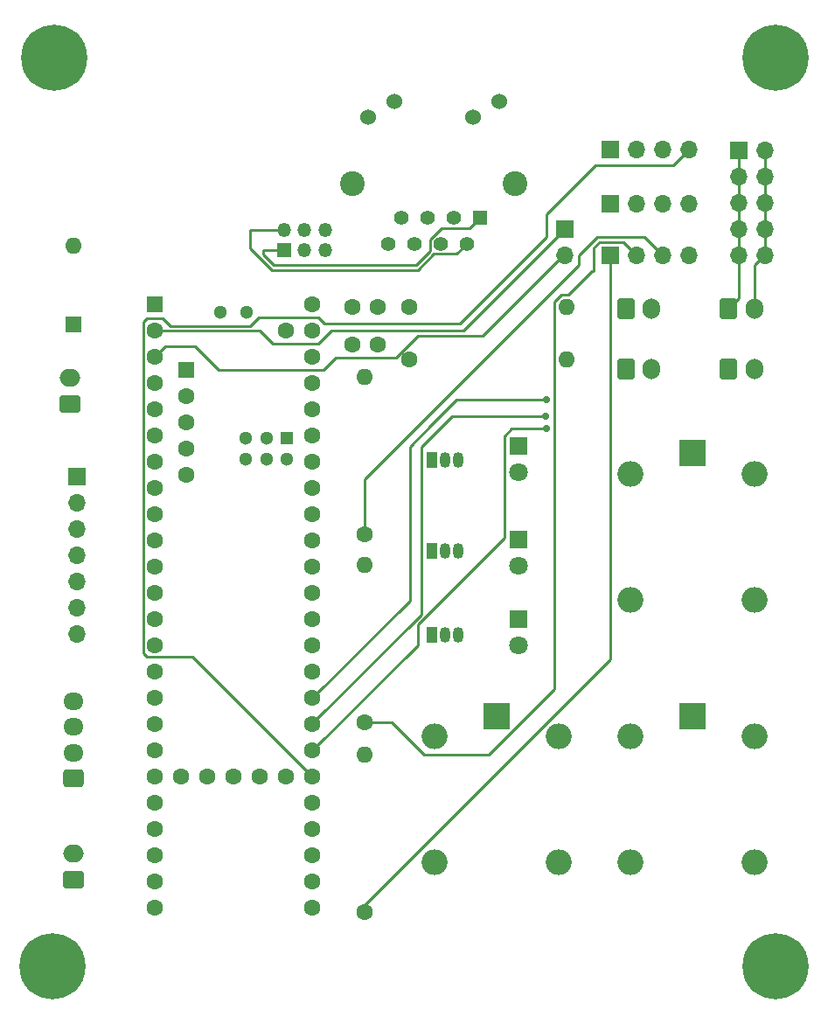
<source format=gbl>
%TF.GenerationSoftware,KiCad,Pcbnew,8.0.1*%
%TF.CreationDate,2024-11-17T22:04:51-05:00*%
%TF.ProjectId,Main_4layer,4d61696e-5f34-46c6-9179-65722e6b6963,0*%
%TF.SameCoordinates,Original*%
%TF.FileFunction,Copper,L4,Bot*%
%TF.FilePolarity,Positive*%
%FSLAX46Y46*%
G04 Gerber Fmt 4.6, Leading zero omitted, Abs format (unit mm)*
G04 Created by KiCad (PCBNEW 8.0.1) date 2024-11-17 22:04:51*
%MOMM*%
%LPD*%
G01*
G04 APERTURE LIST*
G04 Aperture macros list*
%AMRoundRect*
0 Rectangle with rounded corners*
0 $1 Rounding radius*
0 $2 $3 $4 $5 $6 $7 $8 $9 X,Y pos of 4 corners*
0 Add a 4 corners polygon primitive as box body*
4,1,4,$2,$3,$4,$5,$6,$7,$8,$9,$2,$3,0*
0 Add four circle primitives for the rounded corners*
1,1,$1+$1,$2,$3*
1,1,$1+$1,$4,$5*
1,1,$1+$1,$6,$7*
1,1,$1+$1,$8,$9*
0 Add four rect primitives between the rounded corners*
20,1,$1+$1,$2,$3,$4,$5,0*
20,1,$1+$1,$4,$5,$6,$7,0*
20,1,$1+$1,$6,$7,$8,$9,0*
20,1,$1+$1,$8,$9,$2,$3,0*%
G04 Aperture macros list end*
%TA.AperFunction,ComponentPad*%
%ADD10C,1.600000*%
%TD*%
%TA.AperFunction,ComponentPad*%
%ADD11O,1.600000X1.600000*%
%TD*%
%TA.AperFunction,ComponentPad*%
%ADD12R,1.700000X1.700000*%
%TD*%
%TA.AperFunction,ComponentPad*%
%ADD13O,1.700000X1.700000*%
%TD*%
%TA.AperFunction,ComponentPad*%
%ADD14C,6.400000*%
%TD*%
%TA.AperFunction,ComponentPad*%
%ADD15RoundRect,0.250000X-0.600000X-0.750000X0.600000X-0.750000X0.600000X0.750000X-0.600000X0.750000X0*%
%TD*%
%TA.AperFunction,ComponentPad*%
%ADD16O,1.700000X2.000000*%
%TD*%
%TA.AperFunction,ComponentPad*%
%ADD17R,2.500000X2.500000*%
%TD*%
%TA.AperFunction,ComponentPad*%
%ADD18O,2.500000X2.500000*%
%TD*%
%TA.AperFunction,ComponentPad*%
%ADD19R,1.398000X1.398000*%
%TD*%
%TA.AperFunction,ComponentPad*%
%ADD20C,1.398000*%
%TD*%
%TA.AperFunction,ComponentPad*%
%ADD21C,1.530000*%
%TD*%
%TA.AperFunction,ComponentPad*%
%ADD22C,2.400000*%
%TD*%
%TA.AperFunction,ComponentPad*%
%ADD23R,1.600000X1.600000*%
%TD*%
%TA.AperFunction,ComponentPad*%
%ADD24R,1.300000X1.300000*%
%TD*%
%TA.AperFunction,ComponentPad*%
%ADD25C,1.300000*%
%TD*%
%TA.AperFunction,ComponentPad*%
%ADD26R,1.050000X1.500000*%
%TD*%
%TA.AperFunction,ComponentPad*%
%ADD27O,1.050000X1.500000*%
%TD*%
%TA.AperFunction,ComponentPad*%
%ADD28RoundRect,0.250000X0.725000X-0.600000X0.725000X0.600000X-0.725000X0.600000X-0.725000X-0.600000X0*%
%TD*%
%TA.AperFunction,ComponentPad*%
%ADD29O,1.950000X1.700000*%
%TD*%
%TA.AperFunction,ComponentPad*%
%ADD30RoundRect,0.250000X0.750000X-0.600000X0.750000X0.600000X-0.750000X0.600000X-0.750000X-0.600000X0*%
%TD*%
%TA.AperFunction,ComponentPad*%
%ADD31O,2.000000X1.700000*%
%TD*%
%TA.AperFunction,ComponentPad*%
%ADD32R,1.350000X1.350000*%
%TD*%
%TA.AperFunction,ComponentPad*%
%ADD33O,1.350000X1.350000*%
%TD*%
%TA.AperFunction,ComponentPad*%
%ADD34R,1.800000X1.800000*%
%TD*%
%TA.AperFunction,ComponentPad*%
%ADD35C,1.800000*%
%TD*%
%TA.AperFunction,ViaPad*%
%ADD36C,0.700000*%
%TD*%
%TA.AperFunction,Conductor*%
%ADD37C,0.250000*%
%TD*%
G04 APERTURE END LIST*
D10*
X148040000Y-114520000D03*
D11*
X148040000Y-99280000D03*
D12*
X171820000Y-59050000D03*
D13*
X174360000Y-59050000D03*
X176900000Y-59050000D03*
X179440000Y-59050000D03*
D14*
X117920000Y-50170000D03*
D12*
X184265000Y-59160000D03*
D13*
X186805000Y-59160000D03*
X184265000Y-61700000D03*
X186805000Y-61700000D03*
X184265000Y-64240000D03*
X186805000Y-64240000D03*
X184265000Y-66780000D03*
X186805000Y-66780000D03*
X184265000Y-69320000D03*
X186805000Y-69320000D03*
D15*
X173290000Y-74450000D03*
D16*
X175790000Y-74450000D03*
D17*
X160790000Y-113900000D03*
D18*
X154790000Y-115900000D03*
X154790000Y-128100000D03*
X166790000Y-128100000D03*
X166790000Y-115900000D03*
D10*
X149290000Y-77975000D03*
X146790000Y-77975000D03*
X152370000Y-74300000D03*
D11*
X167610000Y-74300000D03*
D19*
X159150000Y-65650000D03*
D20*
X157880000Y-68190000D03*
X156610000Y-65650000D03*
X155340000Y-68190000D03*
X154070000Y-65650000D03*
X152800000Y-68190000D03*
X151530000Y-65650000D03*
X150260000Y-68190000D03*
D21*
X161030000Y-54400000D03*
X158515000Y-55920000D03*
X150895000Y-54400000D03*
X148380000Y-55920000D03*
D22*
X146830000Y-62350000D03*
X162580000Y-62350000D03*
D12*
X167440000Y-66760000D03*
D13*
X167440000Y-69300000D03*
D10*
X152370000Y-79400000D03*
D11*
X167610000Y-79400000D03*
D12*
X171820000Y-69310000D03*
D13*
X174360000Y-69310000D03*
X176900000Y-69310000D03*
X179440000Y-69310000D03*
D14*
X187820000Y-50170000D03*
D23*
X127720000Y-74070000D03*
D10*
X127720000Y-76610000D03*
X127720000Y-79150000D03*
X127720000Y-81690000D03*
X127720000Y-84230000D03*
X127720000Y-86770000D03*
X127720000Y-89310000D03*
X127720000Y-91850000D03*
X127720000Y-94390000D03*
X127720000Y-96930000D03*
X127720000Y-99470000D03*
X127720000Y-102010000D03*
X127720000Y-104550000D03*
X127720000Y-107090000D03*
X127720000Y-109630000D03*
X127720000Y-112170000D03*
X127720000Y-114710000D03*
X127720000Y-117250000D03*
X127720000Y-119790000D03*
X127720000Y-122330000D03*
X127720000Y-124870000D03*
X127720000Y-127410000D03*
X127720000Y-129950000D03*
X127720000Y-132490000D03*
X142960000Y-132490000D03*
X142960000Y-129950000D03*
X142960000Y-127410000D03*
X142960000Y-124870000D03*
X142960000Y-122330000D03*
X142960000Y-119790000D03*
X142960000Y-117250000D03*
X142960000Y-114710000D03*
X142960000Y-112170000D03*
X142960000Y-109630000D03*
X142960000Y-107090000D03*
X142960000Y-104550000D03*
X142960000Y-102010000D03*
X142960000Y-99470000D03*
X142960000Y-96930000D03*
X142960000Y-94390000D03*
X142960000Y-91850000D03*
X142960000Y-89310000D03*
X142960000Y-86770000D03*
X142960000Y-84230000D03*
X142960000Y-81690000D03*
X142960000Y-79150000D03*
X142960000Y-76610000D03*
X142960000Y-74070000D03*
X140420000Y-76610000D03*
X130260000Y-119790000D03*
X132800000Y-119790000D03*
X135340000Y-119790000D03*
X137880000Y-119790000D03*
X140420000Y-119790000D03*
D23*
X130770800Y-80369200D03*
D10*
X130770800Y-82909200D03*
X130770800Y-85449200D03*
X130770800Y-87989200D03*
X130770800Y-90529200D03*
D24*
X140521600Y-87040000D03*
D25*
X138521600Y-87040000D03*
X136521600Y-87040000D03*
X136521600Y-89040000D03*
X138521600Y-89040000D03*
X140521600Y-89040000D03*
X136610000Y-74800000D03*
X134070000Y-74800000D03*
D14*
X187820000Y-138170000D03*
D12*
X120130000Y-90720000D03*
D13*
X120130000Y-93260000D03*
X120130000Y-95800000D03*
X120130000Y-98340000D03*
X120130000Y-100880000D03*
X120130000Y-103420000D03*
X120130000Y-105960000D03*
D23*
X119820000Y-75970000D03*
D11*
X119820000Y-68350000D03*
D26*
X154547426Y-106068371D03*
D27*
X155817426Y-106068371D03*
X157087426Y-106068371D03*
D28*
X119790000Y-119960000D03*
D29*
X119790000Y-117460000D03*
X119790000Y-114960000D03*
X119790000Y-112460000D03*
D26*
X154547426Y-97908371D03*
D27*
X155817426Y-97908371D03*
X157087426Y-97908371D03*
D10*
X148040000Y-96320000D03*
D11*
X148040000Y-81080000D03*
D30*
X119790000Y-129750000D03*
D31*
X119790000Y-127250000D03*
D30*
X119520000Y-83670000D03*
D31*
X119520000Y-81170000D03*
D14*
X117820000Y-138170000D03*
D10*
X149290000Y-74275000D03*
X146790000Y-74275000D03*
D15*
X173290000Y-80325000D03*
D16*
X175790000Y-80325000D03*
D17*
X179790000Y-88472500D03*
D18*
X173790000Y-90472500D03*
X173790000Y-102672500D03*
X185790000Y-102672500D03*
X185790000Y-90472500D03*
D32*
X140190000Y-68820000D03*
D33*
X140190000Y-66820000D03*
X142190000Y-68820000D03*
X142190000Y-66820000D03*
X144190000Y-68820000D03*
X144190000Y-66820000D03*
D34*
X162887426Y-96833371D03*
D35*
X162887426Y-99373371D03*
D15*
X183240000Y-74450000D03*
D16*
X185740000Y-74450000D03*
D15*
X183240000Y-80325000D03*
D16*
X185740000Y-80325000D03*
D12*
X171820000Y-64325000D03*
D13*
X174360000Y-64325000D03*
X176900000Y-64325000D03*
X179440000Y-64325000D03*
D34*
X162887426Y-87768371D03*
D35*
X162887426Y-90308371D03*
D17*
X179790000Y-113900000D03*
D18*
X173790000Y-115900000D03*
X173790000Y-128100000D03*
X185790000Y-128100000D03*
X185790000Y-115900000D03*
D10*
X148040000Y-132920000D03*
D11*
X148040000Y-117680000D03*
D34*
X162887426Y-104508371D03*
D35*
X162887426Y-107048371D03*
D26*
X154547426Y-89108371D03*
D27*
X155817426Y-89108371D03*
X157087426Y-89108371D03*
D36*
X165540000Y-84900000D03*
X165590000Y-86110000D03*
X165660000Y-83280000D03*
D37*
X157580000Y-76620000D02*
X167440000Y-66760000D01*
X137840000Y-76610000D02*
X139110000Y-77880000D01*
X139110000Y-77880000D02*
X143550000Y-77880000D01*
X143550000Y-77880000D02*
X144810000Y-76620000D01*
X127720000Y-76610000D02*
X137840000Y-76610000D01*
X144810000Y-76620000D02*
X157580000Y-76620000D01*
X147990000Y-132250000D02*
X147990000Y-132920000D01*
X171820000Y-69310000D02*
X171820000Y-108420000D01*
X171820000Y-108420000D02*
X148040000Y-132200000D01*
X148040000Y-132200000D02*
X148040000Y-132920000D01*
X150680000Y-114520000D02*
X148040000Y-114520000D01*
X166380000Y-73760000D02*
X166380000Y-111310000D01*
X170240000Y-70840000D02*
X170020000Y-70840000D01*
X167050000Y-73090000D02*
X166380000Y-73760000D01*
X170020000Y-70840000D02*
X167770000Y-73090000D01*
X166380000Y-111310000D02*
X160060000Y-117630000D01*
X160060000Y-117630000D02*
X153790000Y-117630000D01*
X173070000Y-68020000D02*
X170750000Y-68020000D01*
X170750000Y-68020000D02*
X170240000Y-68530000D01*
X170240000Y-68530000D02*
X170240000Y-70840000D01*
X167770000Y-73090000D02*
X167050000Y-73090000D01*
X153790000Y-117630000D02*
X150680000Y-114520000D01*
X174360000Y-69310000D02*
X173070000Y-68020000D01*
X176900000Y-69310000D02*
X175100000Y-67510000D01*
X148040000Y-91280000D02*
X148040000Y-96320000D01*
X168780000Y-70240000D02*
X148040000Y-90980000D01*
X168780000Y-69300000D02*
X168780000Y-70240000D01*
X175100000Y-67510000D02*
X170570000Y-67510000D01*
X170570000Y-67510000D02*
X168780000Y-69300000D01*
X148040000Y-90980000D02*
X148040000Y-91280000D01*
X151025000Y-79235000D02*
X145205000Y-79235000D01*
X153165578Y-77070000D02*
X151225000Y-79010578D01*
X159480000Y-77070000D02*
X153165578Y-77070000D01*
X151225000Y-79010578D02*
X151225000Y-79035000D01*
X167440000Y-69110000D02*
X159480000Y-77070000D01*
X151225000Y-79035000D02*
X151025000Y-79235000D01*
X145205000Y-79235000D02*
X144030000Y-80410000D01*
X131590000Y-78140000D02*
X128730000Y-78140000D01*
X144030000Y-80410000D02*
X133860000Y-80410000D01*
X133860000Y-80410000D02*
X131590000Y-78140000D01*
X128730000Y-78140000D02*
X127720000Y-79150000D01*
X165540000Y-84900000D02*
X156510000Y-84900000D01*
X142960000Y-114630172D02*
X142960000Y-114710000D01*
X153520000Y-87890000D02*
X153520000Y-104070172D01*
X156510000Y-84900000D02*
X153520000Y-87890000D01*
X153520000Y-104070172D02*
X142960000Y-114630172D01*
X144080000Y-75880000D02*
X143530000Y-75330000D01*
X136891996Y-76168004D02*
X129218004Y-76168004D01*
X157280000Y-75880000D02*
X144080000Y-75880000D01*
X177880000Y-60580000D02*
X170360000Y-60580000D01*
X179410000Y-59050000D02*
X177880000Y-60580000D01*
X143530000Y-75330000D02*
X137730000Y-75330000D01*
X131345000Y-108175000D02*
X142960000Y-119790000D01*
X126895000Y-108175000D02*
X131345000Y-108175000D01*
X165650000Y-67510000D02*
X157280000Y-75880000D01*
X129218004Y-76168004D02*
X128470000Y-75420000D01*
X126590000Y-75750000D02*
X126590000Y-107870000D01*
X126590000Y-107870000D02*
X126895000Y-108175000D01*
X165650000Y-65290000D02*
X165650000Y-67510000D01*
X137730000Y-75330000D02*
X136891996Y-76168004D01*
X126920000Y-75420000D02*
X126590000Y-75750000D01*
X170360000Y-60580000D02*
X165650000Y-65290000D01*
X128470000Y-75420000D02*
X126920000Y-75420000D01*
X162245797Y-86110000D02*
X165590000Y-86110000D01*
X142960000Y-117250000D02*
X153141629Y-107068371D01*
X153141629Y-107068371D02*
X153141629Y-105028371D01*
X165590000Y-86110000D02*
X165590000Y-86100000D01*
X161540000Y-96630000D02*
X161540000Y-86815797D01*
X165590000Y-86100000D02*
X165580000Y-86090000D01*
X161540000Y-86815797D02*
X162245797Y-86110000D01*
X153141629Y-105028371D02*
X161540000Y-96630000D01*
X165720000Y-83270000D02*
X165720000Y-83260000D01*
X165660000Y-83280000D02*
X165730000Y-83280000D01*
X154560000Y-85660000D02*
X156940000Y-83280000D01*
X142960000Y-112170000D02*
X152410000Y-102720000D01*
X152410000Y-102720000D02*
X152410000Y-101690000D01*
X152410000Y-87810000D02*
X154560000Y-85660000D01*
X156940000Y-83280000D02*
X165660000Y-83280000D01*
X165730000Y-83280000D02*
X165720000Y-83270000D01*
X152410000Y-101690000D02*
X152410000Y-87810000D01*
X186805000Y-69190000D02*
X185740000Y-70255000D01*
X185740000Y-70255000D02*
X185740000Y-74475000D01*
X186805000Y-59030000D02*
X186805000Y-69190000D01*
X184265000Y-69190000D02*
X184265000Y-73450000D01*
X184265000Y-73450000D02*
X183240000Y-74475000D01*
X184265000Y-59030000D02*
X184265000Y-69190000D01*
X155478413Y-66660000D02*
X158140000Y-66660000D01*
X139243200Y-70275000D02*
X138210000Y-69241800D01*
X158140000Y-66660000D02*
X159150000Y-65650000D01*
X138210000Y-68820000D02*
X140190000Y-68820000D01*
X152986800Y-70275000D02*
X154356000Y-68905800D01*
X154356000Y-68905800D02*
X154356000Y-67782413D01*
X154356000Y-67782413D02*
X155478413Y-66660000D01*
X138210000Y-69241800D02*
X138210000Y-68820000D01*
X139243200Y-70275000D02*
X152986800Y-70275000D01*
X157470001Y-67780001D02*
X157880000Y-68190000D01*
X154724200Y-69174000D02*
X156896000Y-69174000D01*
X153173200Y-70725000D02*
X154724200Y-69174000D01*
X136930000Y-66830000D02*
X136930000Y-68598200D01*
X140190000Y-66820000D02*
X136940000Y-66820000D01*
X136940000Y-66820000D02*
X136930000Y-66830000D01*
X136930000Y-68598200D02*
X139056800Y-70725000D01*
X139056800Y-70725000D02*
X153173200Y-70725000D01*
X156896000Y-69174000D02*
X157880000Y-68190000D01*
M02*

</source>
